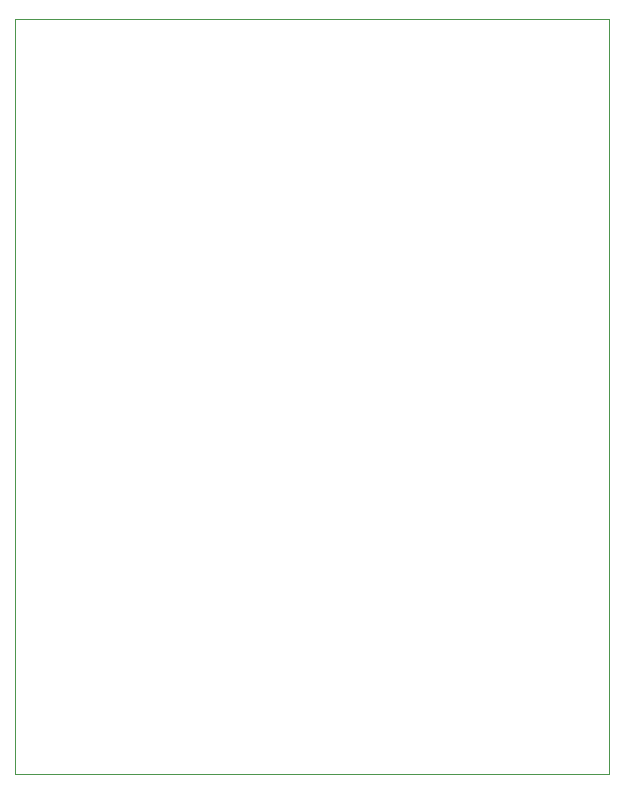
<source format=gbr>
%TF.GenerationSoftware,KiCad,Pcbnew,(6.0.6)*%
%TF.CreationDate,2022-09-22T18:41:47+01:00*%
%TF.ProjectId,ConverterBoard,436f6e76-6572-4746-9572-426f6172642e,rev?*%
%TF.SameCoordinates,Original*%
%TF.FileFunction,Profile,NP*%
%FSLAX46Y46*%
G04 Gerber Fmt 4.6, Leading zero omitted, Abs format (unit mm)*
G04 Created by KiCad (PCBNEW (6.0.6)) date 2022-09-22 18:41:47*
%MOMM*%
%LPD*%
G01*
G04 APERTURE LIST*
%TA.AperFunction,Profile*%
%ADD10C,0.100000*%
%TD*%
G04 APERTURE END LIST*
D10*
X117085000Y-61975000D02*
X167300000Y-61975000D01*
X167300000Y-61975000D02*
X167300000Y-125900000D01*
X167300000Y-125900000D02*
X117085000Y-125900000D01*
X117085000Y-125900000D02*
X117085000Y-61975000D01*
M02*

</source>
